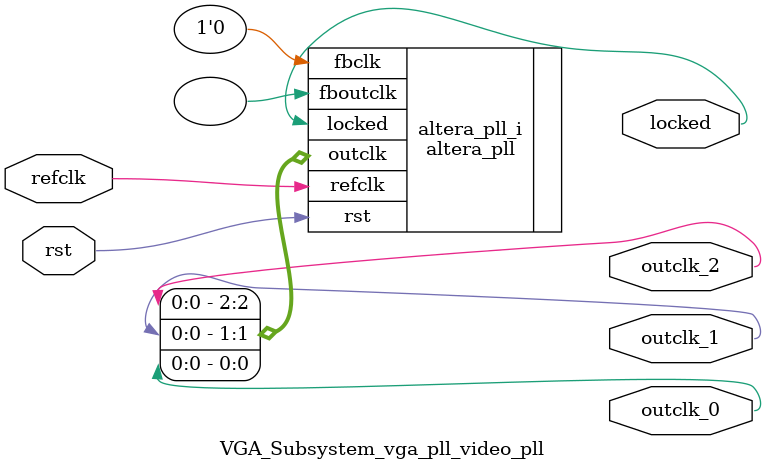
<source format=v>
`timescale 1ns/10ps
module  VGA_Subsystem_vga_pll_video_pll(

	// interface 'refclk'
	input wire refclk,

	// interface 'reset'
	input wire rst,

	// interface 'outclk0'
	output wire outclk_0,

	// interface 'outclk1'
	output wire outclk_1,

	// interface 'outclk2'
	output wire outclk_2,

	// interface 'locked'
	output wire locked
);

	altera_pll #(
		.fractional_vco_multiplier("false"),
		.reference_clock_frequency("50.0 MHz"),
		.operation_mode("direct"),
		.number_of_clocks(3),
		.output_clock_frequency0("25.000000 MHz"),
		.phase_shift0("0 ps"),
		.duty_cycle0(50),
		.output_clock_frequency1("65.000000 MHz"),
		.phase_shift1("0 ps"),
		.duty_cycle1(50),
		.output_clock_frequency2("33.333333 MHz"),
		.phase_shift2("0 ps"),
		.duty_cycle2(50),
		.output_clock_frequency3("0 MHz"),
		.phase_shift3("0 ps"),
		.duty_cycle3(50),
		.output_clock_frequency4("0 MHz"),
		.phase_shift4("0 ps"),
		.duty_cycle4(50),
		.output_clock_frequency5("0 MHz"),
		.phase_shift5("0 ps"),
		.duty_cycle5(50),
		.output_clock_frequency6("0 MHz"),
		.phase_shift6("0 ps"),
		.duty_cycle6(50),
		.output_clock_frequency7("0 MHz"),
		.phase_shift7("0 ps"),
		.duty_cycle7(50),
		.output_clock_frequency8("0 MHz"),
		.phase_shift8("0 ps"),
		.duty_cycle8(50),
		.output_clock_frequency9("0 MHz"),
		.phase_shift9("0 ps"),
		.duty_cycle9(50),
		.output_clock_frequency10("0 MHz"),
		.phase_shift10("0 ps"),
		.duty_cycle10(50),
		.output_clock_frequency11("0 MHz"),
		.phase_shift11("0 ps"),
		.duty_cycle11(50),
		.output_clock_frequency12("0 MHz"),
		.phase_shift12("0 ps"),
		.duty_cycle12(50),
		.output_clock_frequency13("0 MHz"),
		.phase_shift13("0 ps"),
		.duty_cycle13(50),
		.output_clock_frequency14("0 MHz"),
		.phase_shift14("0 ps"),
		.duty_cycle14(50),
		.output_clock_frequency15("0 MHz"),
		.phase_shift15("0 ps"),
		.duty_cycle15(50),
		.output_clock_frequency16("0 MHz"),
		.phase_shift16("0 ps"),
		.duty_cycle16(50),
		.output_clock_frequency17("0 MHz"),
		.phase_shift17("0 ps"),
		.duty_cycle17(50),
		.pll_type("General"),
		.pll_subtype("General")
	) altera_pll_i (
		.rst	(rst),
		.outclk	({outclk_2, outclk_1, outclk_0}),
		.locked	(locked),
		.fboutclk	( ),
		.fbclk	(1'b0),
		.refclk	(refclk)
	);
endmodule


</source>
